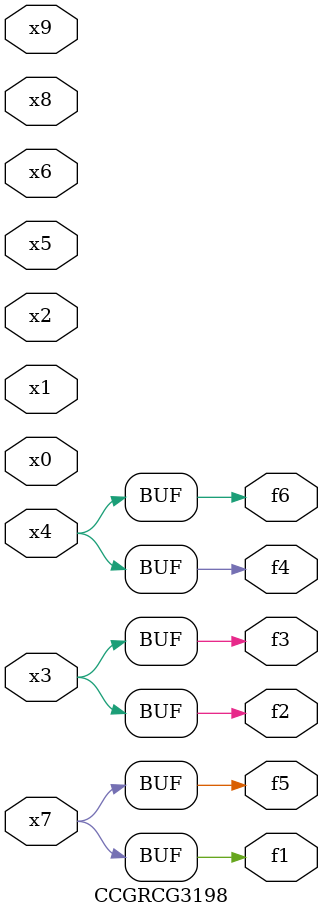
<source format=v>
module CCGRCG3198(
	input x0, x1, x2, x3, x4, x5, x6, x7, x8, x9,
	output f1, f2, f3, f4, f5, f6
);
	assign f1 = x7;
	assign f2 = x3;
	assign f3 = x3;
	assign f4 = x4;
	assign f5 = x7;
	assign f6 = x4;
endmodule

</source>
